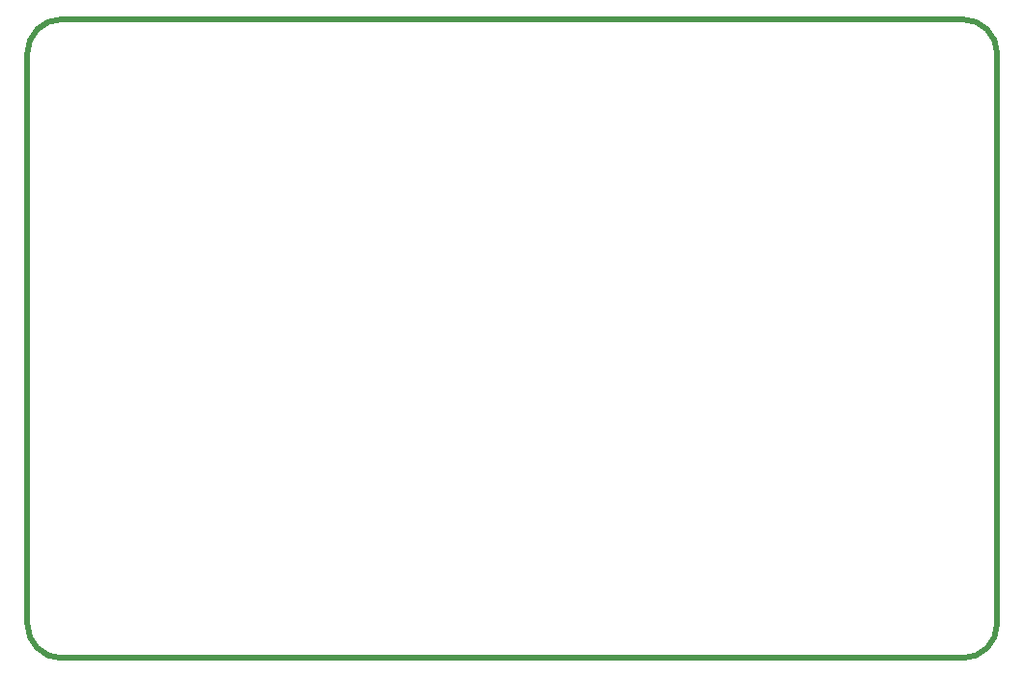
<source format=gtp>
G04 #@! TF.GenerationSoftware,KiCad,Pcbnew,5.1.6-c6e7f7d~87~ubuntu18.04.1*
G04 #@! TF.CreationDate,2020-07-27T17:04:26+02:00*
G04 #@! TF.ProjectId,DG3-MTR_GUI-PI,4447332d-4d54-4525-9f47-55492d50492e,rev?*
G04 #@! TF.SameCoordinates,PX78a3ca0PY77afa60*
G04 #@! TF.FileFunction,Paste,Top*
G04 #@! TF.FilePolarity,Positive*
%FSLAX46Y46*%
G04 Gerber Fmt 4.6, Leading zero omitted, Abs format (unit mm)*
G04 Created by KiCad (PCBNEW 5.1.6-c6e7f7d~87~ubuntu18.04.1) date 2020-07-27 17:04:26*
%MOMM*%
%LPD*%
G01*
G04 APERTURE LIST*
G04 #@! TA.AperFunction,Profile*
%ADD10C,0.500000*%
G04 #@! TD*
G04 APERTURE END LIST*
D10*
X82000000Y0D02*
X3000000Y0D01*
X82000000Y56000000D02*
X3000000Y56000001D01*
X3000000Y0D02*
G75*
G02*
X0Y3000000I0J3000000D01*
G01*
X0Y3000000D02*
X0Y53000000D01*
X-1Y53000000D02*
G75*
G02*
X3000000Y56000001I3000001J0D01*
G01*
X82000000Y56000000D02*
G75*
G02*
X85000000Y53000000I0J-3000000D01*
G01*
X85000000Y3000000D02*
G75*
G02*
X82000000Y0I-3000000J0D01*
G01*
X85000000Y53000000D02*
X85000000Y3000000D01*
M02*

</source>
